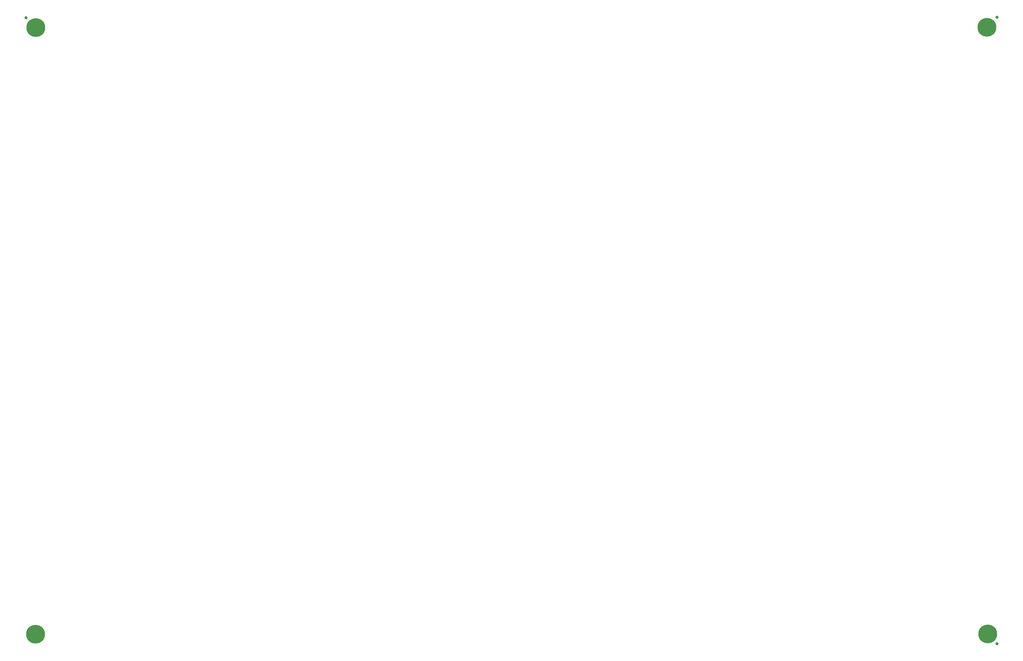
<source format=gbs>
G04 #@! TF.GenerationSoftware,KiCad,Pcbnew,9.0.1+1*
G04 #@! TF.CreationDate,2025-11-12T15:34:54+00:00*
G04 #@! TF.ProjectId,main-carrier,6d61696e-2d63-4617-9272-6965722e6b69,v1.0*
G04 #@! TF.SameCoordinates,Original*
G04 #@! TF.FileFunction,Soldermask,Bot*
G04 #@! TF.FilePolarity,Negative*
%FSLAX46Y46*%
G04 Gerber Fmt 4.6, Leading zero omitted, Abs format (unit mm)*
G04 Created by KiCad (PCBNEW 9.0.1+1) date 2025-11-12 15:34:54*
%MOMM*%
%LPD*%
G01*
G04 APERTURE LIST*
%ADD10C,6.000000*%
%ADD11C,1.000000*%
G04 APERTURE END LIST*
D10*
X125030000Y-301450000D03*
X428710000Y-107740000D03*
X428920000Y-301360000D03*
X125110000Y-107800000D03*
D11*
X431910000Y-304450000D03*
X431930000Y-104510000D03*
X121930000Y-104620000D03*
M02*

</source>
